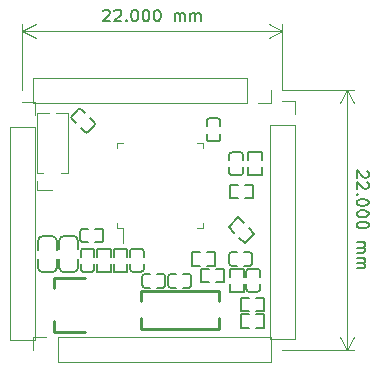
<source format=gbr>
G04 #@! TF.GenerationSoftware,KiCad,Pcbnew,5.1.4-e60b266~84~ubuntu18.04.1*
G04 #@! TF.CreationDate,2019-10-31T20:09:33+08:00*
G04 #@! TF.ProjectId,dap-stm32f103,6461702d-7374-46d3-9332-663130332e6b,rev?*
G04 #@! TF.SameCoordinates,Original*
G04 #@! TF.FileFunction,Legend,Top*
G04 #@! TF.FilePolarity,Positive*
%FSLAX46Y46*%
G04 Gerber Fmt 4.6, Leading zero omitted, Abs format (unit mm)*
G04 Created by KiCad (PCBNEW 5.1.4-e60b266~84~ubuntu18.04.1) date 2019-10-31 20:09:33*
%MOMM*%
%LPD*%
G04 APERTURE LIST*
%ADD10C,0.150000*%
%ADD11C,0.120000*%
%ADD12C,0.200000*%
%ADD13C,0.254000*%
G04 APERTURE END LIST*
D10*
X120821142Y-67145619D02*
X120868761Y-67098000D01*
X120964000Y-67050380D01*
X121202095Y-67050380D01*
X121297333Y-67098000D01*
X121344952Y-67145619D01*
X121392571Y-67240857D01*
X121392571Y-67336095D01*
X121344952Y-67478952D01*
X120773523Y-68050380D01*
X121392571Y-68050380D01*
X121773523Y-67145619D02*
X121821142Y-67098000D01*
X121916380Y-67050380D01*
X122154476Y-67050380D01*
X122249714Y-67098000D01*
X122297333Y-67145619D01*
X122344952Y-67240857D01*
X122344952Y-67336095D01*
X122297333Y-67478952D01*
X121725904Y-68050380D01*
X122344952Y-68050380D01*
X122773523Y-67955142D02*
X122821142Y-68002761D01*
X122773523Y-68050380D01*
X122725904Y-68002761D01*
X122773523Y-67955142D01*
X122773523Y-68050380D01*
X123440190Y-67050380D02*
X123535428Y-67050380D01*
X123630666Y-67098000D01*
X123678285Y-67145619D01*
X123725904Y-67240857D01*
X123773523Y-67431333D01*
X123773523Y-67669428D01*
X123725904Y-67859904D01*
X123678285Y-67955142D01*
X123630666Y-68002761D01*
X123535428Y-68050380D01*
X123440190Y-68050380D01*
X123344952Y-68002761D01*
X123297333Y-67955142D01*
X123249714Y-67859904D01*
X123202095Y-67669428D01*
X123202095Y-67431333D01*
X123249714Y-67240857D01*
X123297333Y-67145619D01*
X123344952Y-67098000D01*
X123440190Y-67050380D01*
X124392571Y-67050380D02*
X124487809Y-67050380D01*
X124583047Y-67098000D01*
X124630666Y-67145619D01*
X124678285Y-67240857D01*
X124725904Y-67431333D01*
X124725904Y-67669428D01*
X124678285Y-67859904D01*
X124630666Y-67955142D01*
X124583047Y-68002761D01*
X124487809Y-68050380D01*
X124392571Y-68050380D01*
X124297333Y-68002761D01*
X124249714Y-67955142D01*
X124202095Y-67859904D01*
X124154476Y-67669428D01*
X124154476Y-67431333D01*
X124202095Y-67240857D01*
X124249714Y-67145619D01*
X124297333Y-67098000D01*
X124392571Y-67050380D01*
X125344952Y-67050380D02*
X125440190Y-67050380D01*
X125535428Y-67098000D01*
X125583047Y-67145619D01*
X125630666Y-67240857D01*
X125678285Y-67431333D01*
X125678285Y-67669428D01*
X125630666Y-67859904D01*
X125583047Y-67955142D01*
X125535428Y-68002761D01*
X125440190Y-68050380D01*
X125344952Y-68050380D01*
X125249714Y-68002761D01*
X125202095Y-67955142D01*
X125154476Y-67859904D01*
X125106857Y-67669428D01*
X125106857Y-67431333D01*
X125154476Y-67240857D01*
X125202095Y-67145619D01*
X125249714Y-67098000D01*
X125344952Y-67050380D01*
X126868761Y-68050380D02*
X126868761Y-67383714D01*
X126868761Y-67478952D02*
X126916380Y-67431333D01*
X127011619Y-67383714D01*
X127154476Y-67383714D01*
X127249714Y-67431333D01*
X127297333Y-67526571D01*
X127297333Y-68050380D01*
X127297333Y-67526571D02*
X127344952Y-67431333D01*
X127440190Y-67383714D01*
X127583047Y-67383714D01*
X127678285Y-67431333D01*
X127725904Y-67526571D01*
X127725904Y-68050380D01*
X128202095Y-68050380D02*
X128202095Y-67383714D01*
X128202095Y-67478952D02*
X128249714Y-67431333D01*
X128344952Y-67383714D01*
X128487809Y-67383714D01*
X128583047Y-67431333D01*
X128630666Y-67526571D01*
X128630666Y-68050380D01*
X128630666Y-67526571D02*
X128678285Y-67431333D01*
X128773523Y-67383714D01*
X128916380Y-67383714D01*
X129011619Y-67431333D01*
X129059238Y-67526571D01*
X129059238Y-68050380D01*
D11*
X135964000Y-68868000D02*
X113964000Y-68868000D01*
X135964000Y-73868000D02*
X135964000Y-68281579D01*
X113964000Y-73868000D02*
X113964000Y-68281579D01*
X113964000Y-68868000D02*
X115090504Y-68281579D01*
X113964000Y-68868000D02*
X115090504Y-69454421D01*
X135964000Y-68868000D02*
X134837496Y-68281579D01*
X135964000Y-68868000D02*
X134837496Y-69454421D01*
D10*
X143186380Y-80725142D02*
X143234000Y-80772761D01*
X143281619Y-80868000D01*
X143281619Y-81106095D01*
X143234000Y-81201333D01*
X143186380Y-81248952D01*
X143091142Y-81296571D01*
X142995904Y-81296571D01*
X142853047Y-81248952D01*
X142281619Y-80677523D01*
X142281619Y-81296571D01*
X143186380Y-81677523D02*
X143234000Y-81725142D01*
X143281619Y-81820380D01*
X143281619Y-82058476D01*
X143234000Y-82153714D01*
X143186380Y-82201333D01*
X143091142Y-82248952D01*
X142995904Y-82248952D01*
X142853047Y-82201333D01*
X142281619Y-81629904D01*
X142281619Y-82248952D01*
X142376857Y-82677523D02*
X142329238Y-82725142D01*
X142281619Y-82677523D01*
X142329238Y-82629904D01*
X142376857Y-82677523D01*
X142281619Y-82677523D01*
X143281619Y-83344190D02*
X143281619Y-83439428D01*
X143234000Y-83534666D01*
X143186380Y-83582285D01*
X143091142Y-83629904D01*
X142900666Y-83677523D01*
X142662571Y-83677523D01*
X142472095Y-83629904D01*
X142376857Y-83582285D01*
X142329238Y-83534666D01*
X142281619Y-83439428D01*
X142281619Y-83344190D01*
X142329238Y-83248952D01*
X142376857Y-83201333D01*
X142472095Y-83153714D01*
X142662571Y-83106095D01*
X142900666Y-83106095D01*
X143091142Y-83153714D01*
X143186380Y-83201333D01*
X143234000Y-83248952D01*
X143281619Y-83344190D01*
X143281619Y-84296571D02*
X143281619Y-84391809D01*
X143234000Y-84487047D01*
X143186380Y-84534666D01*
X143091142Y-84582285D01*
X142900666Y-84629904D01*
X142662571Y-84629904D01*
X142472095Y-84582285D01*
X142376857Y-84534666D01*
X142329238Y-84487047D01*
X142281619Y-84391809D01*
X142281619Y-84296571D01*
X142329238Y-84201333D01*
X142376857Y-84153714D01*
X142472095Y-84106095D01*
X142662571Y-84058476D01*
X142900666Y-84058476D01*
X143091142Y-84106095D01*
X143186380Y-84153714D01*
X143234000Y-84201333D01*
X143281619Y-84296571D01*
X143281619Y-85248952D02*
X143281619Y-85344190D01*
X143234000Y-85439428D01*
X143186380Y-85487047D01*
X143091142Y-85534666D01*
X142900666Y-85582285D01*
X142662571Y-85582285D01*
X142472095Y-85534666D01*
X142376857Y-85487047D01*
X142329238Y-85439428D01*
X142281619Y-85344190D01*
X142281619Y-85248952D01*
X142329238Y-85153714D01*
X142376857Y-85106095D01*
X142472095Y-85058476D01*
X142662571Y-85010857D01*
X142900666Y-85010857D01*
X143091142Y-85058476D01*
X143186380Y-85106095D01*
X143234000Y-85153714D01*
X143281619Y-85248952D01*
X142281619Y-86772761D02*
X142948285Y-86772761D01*
X142853047Y-86772761D02*
X142900666Y-86820380D01*
X142948285Y-86915619D01*
X142948285Y-87058476D01*
X142900666Y-87153714D01*
X142805428Y-87201333D01*
X142281619Y-87201333D01*
X142805428Y-87201333D02*
X142900666Y-87248952D01*
X142948285Y-87344190D01*
X142948285Y-87487047D01*
X142900666Y-87582285D01*
X142805428Y-87629904D01*
X142281619Y-87629904D01*
X142281619Y-88106095D02*
X142948285Y-88106095D01*
X142853047Y-88106095D02*
X142900666Y-88153714D01*
X142948285Y-88248952D01*
X142948285Y-88391809D01*
X142900666Y-88487047D01*
X142805428Y-88534666D01*
X142281619Y-88534666D01*
X142805428Y-88534666D02*
X142900666Y-88582285D01*
X142948285Y-88677523D01*
X142948285Y-88820380D01*
X142900666Y-88915619D01*
X142805428Y-88963238D01*
X142281619Y-88963238D01*
D11*
X141464000Y-73868000D02*
X141464000Y-95868000D01*
X135964000Y-73868000D02*
X142050421Y-73868000D01*
X135964000Y-95868000D02*
X142050421Y-95868000D01*
X141464000Y-95868000D02*
X140877579Y-94741496D01*
X141464000Y-95868000D02*
X142050421Y-94741496D01*
X141464000Y-73868000D02*
X140877579Y-74994504D01*
X141464000Y-73868000D02*
X142050421Y-74994504D01*
D12*
X121723000Y-87289000D02*
X122873000Y-87289000D01*
X121723000Y-89239000D02*
X122873000Y-89239000D01*
X122873000Y-87289000D02*
X122873000Y-87964000D01*
X122873000Y-88564000D02*
X122873000Y-89239000D01*
X121723000Y-87289000D02*
X121723000Y-87964000D01*
X121723000Y-88564000D02*
X121723000Y-89239000D01*
X133734000Y-92583000D02*
X134409000Y-92583000D01*
X132459000Y-92583000D02*
X133134000Y-92583000D01*
X133734000Y-91433000D02*
X134409000Y-91433000D01*
X132459000Y-91433000D02*
X133134000Y-91433000D01*
X134409000Y-92583000D02*
X134409000Y-91433000D01*
X132459000Y-92583000D02*
X132459000Y-91433000D01*
D11*
X112904000Y-76958000D02*
X112904000Y-95018000D01*
X115024000Y-74898000D02*
X115024000Y-75958000D01*
X113964000Y-74898000D02*
X115024000Y-74898000D01*
X112904000Y-76958000D02*
X115024000Y-76958000D01*
X115024000Y-76958000D02*
X115024000Y-95018000D01*
X112904000Y-95018000D02*
X115024000Y-95018000D01*
X116514000Y-82318000D02*
X115184000Y-82318000D01*
X115184000Y-82318000D02*
X115184000Y-81558000D01*
X115184000Y-80923000D02*
X115184000Y-75783000D01*
X116206470Y-75783000D02*
X115184000Y-75783000D01*
X117844000Y-75783000D02*
X116821530Y-75783000D01*
X117844000Y-80923000D02*
X117844000Y-75783000D01*
X115754000Y-80923000D02*
X115184000Y-80923000D01*
X117844000Y-80923000D02*
X117274000Y-80923000D01*
X116964000Y-96928000D02*
X135024000Y-96928000D01*
X114904000Y-94808000D02*
X115964000Y-94808000D01*
X114904000Y-95868000D02*
X114904000Y-94808000D01*
X116964000Y-96928000D02*
X116964000Y-94808000D01*
X116964000Y-94808000D02*
X135024000Y-94808000D01*
X135024000Y-96928000D02*
X135024000Y-94808000D01*
X132964000Y-72808000D02*
X114904000Y-72808000D01*
X135024000Y-74928000D02*
X133964000Y-74928000D01*
X135024000Y-73868000D02*
X135024000Y-74928000D01*
X132964000Y-72808000D02*
X132964000Y-74928000D01*
X132964000Y-74928000D02*
X114904000Y-74928000D01*
X114904000Y-72808000D02*
X114904000Y-74928000D01*
X134904000Y-76868000D02*
X134904000Y-94928000D01*
X137024000Y-74808000D02*
X137024000Y-75868000D01*
X135964000Y-74808000D02*
X137024000Y-74808000D01*
X134904000Y-76868000D02*
X137024000Y-76868000D01*
X137024000Y-76868000D02*
X137024000Y-94928000D01*
X134904000Y-94928000D02*
X137024000Y-94928000D01*
D13*
X130629000Y-94058000D02*
X123979000Y-94058000D01*
X130629000Y-93158000D02*
X130629000Y-94058000D01*
X123979000Y-93158000D02*
X123979000Y-94058000D01*
X130629000Y-90858000D02*
X130629000Y-91758000D01*
X123979000Y-90858000D02*
X123979000Y-91758000D01*
X130629000Y-90858000D02*
X123979000Y-90858000D01*
X116674000Y-94358000D02*
X119274000Y-94358000D01*
X116674000Y-94358000D02*
X116674000Y-93458000D01*
X116674000Y-89758000D02*
X119274000Y-89758000D01*
X116674000Y-90658000D02*
X116674000Y-89758000D01*
D11*
X129239000Y-78776500D02*
X129239000Y-78326500D01*
X129239000Y-78326500D02*
X128789000Y-78326500D01*
X129239000Y-85096500D02*
X129239000Y-85546500D01*
X129239000Y-85546500D02*
X128789000Y-85546500D01*
X122019000Y-78776500D02*
X122019000Y-78326500D01*
X122019000Y-78326500D02*
X122469000Y-78326500D01*
X122019000Y-85096500D02*
X122019000Y-85546500D01*
X122019000Y-85546500D02*
X122469000Y-85546500D01*
X122469000Y-85546500D02*
X122469000Y-86836500D01*
D12*
X120323000Y-87289000D02*
X121473000Y-87289000D01*
X120323000Y-89239000D02*
X121473000Y-89239000D01*
X121473000Y-87289000D02*
X121473000Y-87964000D01*
X121473000Y-88564000D02*
X121473000Y-89239000D01*
X120323000Y-87289000D02*
X120323000Y-87964000D01*
X120323000Y-88564000D02*
X120323000Y-89239000D01*
X130374000Y-90143000D02*
X131049000Y-90143000D01*
X129099000Y-90143000D02*
X129774000Y-90143000D01*
X130374000Y-88993000D02*
X131049000Y-88993000D01*
X129099000Y-88993000D02*
X129774000Y-88993000D01*
X131049000Y-90143000D02*
X131049000Y-88993000D01*
X129099000Y-90143000D02*
X129099000Y-88993000D01*
X128994000Y-87593000D02*
X128319000Y-87593000D01*
X130269000Y-87593000D02*
X129594000Y-87593000D01*
X128994000Y-88743000D02*
X128319000Y-88743000D01*
X130269000Y-88743000D02*
X129594000Y-88743000D01*
X128319000Y-87593000D02*
X128319000Y-88743000D01*
X130269000Y-87593000D02*
X130269000Y-88743000D01*
X131549000Y-90278000D02*
X131549000Y-90953000D01*
X131549000Y-89003000D02*
X131549000Y-89678000D01*
X132699000Y-90278000D02*
X132699000Y-90953000D01*
X132699000Y-89003000D02*
X132699000Y-89678000D01*
X131549000Y-90953000D02*
X132699000Y-90953000D01*
X131549000Y-89003000D02*
X132699000Y-89003000D01*
X132718454Y-85129282D02*
X132241157Y-84651984D01*
X133620016Y-86030843D02*
X133142718Y-85553546D01*
X131905282Y-85942454D02*
X131427984Y-85465157D01*
X132806843Y-86844016D02*
X132329546Y-86366718D01*
X132241157Y-84651984D02*
X131427984Y-85465157D01*
X133620016Y-86030843D02*
X132806843Y-86844016D01*
X133124000Y-92823000D02*
X132449000Y-92823000D01*
X134399000Y-92823000D02*
X133724000Y-92823000D01*
X133124000Y-93973000D02*
X132449000Y-93973000D01*
X134399000Y-93973000D02*
X133724000Y-93973000D01*
X132449000Y-92823000D02*
X132449000Y-93973000D01*
X134399000Y-92823000D02*
X134399000Y-93973000D01*
X132864000Y-83043000D02*
X133539000Y-83043000D01*
X131589000Y-83043000D02*
X132264000Y-83043000D01*
X132864000Y-81893000D02*
X133539000Y-81893000D01*
X131589000Y-81893000D02*
X132264000Y-81893000D01*
X133539000Y-83043000D02*
X133539000Y-81893000D01*
X131589000Y-83043000D02*
X131589000Y-81893000D01*
X133089000Y-80418000D02*
X133089000Y-81093000D01*
X133089000Y-79143000D02*
X133089000Y-79818000D01*
X134239000Y-80418000D02*
X134239000Y-81093000D01*
X134239000Y-79143000D02*
X134239000Y-79818000D01*
X133089000Y-81093000D02*
X134239000Y-81093000D01*
X133089000Y-79143000D02*
X134239000Y-79143000D01*
X120838990Y-85833000D02*
X120838990Y-86543000D01*
X120614000Y-85613000D02*
X120163990Y-85613000D01*
X120614000Y-86763000D02*
X120164000Y-86763000D01*
X119564000Y-85613000D02*
X119114000Y-85613000D01*
X119564000Y-86763000D02*
X119114000Y-86763000D01*
X118889000Y-85833000D02*
X118889000Y-86543000D01*
X120619000Y-85613000D02*
G75*
G02X120839000Y-85833000I0J-220000D01*
G01*
X120839000Y-86543000D02*
G75*
G02X120619000Y-86763000I-220000J0D01*
G01*
X118889000Y-85833000D02*
G75*
G02X119109000Y-85613000I220000J0D01*
G01*
X119109000Y-86763000D02*
G75*
G02X118889000Y-86543000I0J220000D01*
G01*
X130519000Y-78222990D02*
X129809000Y-78222990D01*
X130739000Y-77998000D02*
X130739000Y-77547990D01*
X129589000Y-77998000D02*
X129589000Y-77548000D01*
X130739000Y-76948000D02*
X130739000Y-76498000D01*
X129589000Y-76948000D02*
X129589000Y-76498000D01*
X130519000Y-76273000D02*
X129809000Y-76273000D01*
X130739000Y-78003000D02*
G75*
G02X130519000Y-78223000I-220000J0D01*
G01*
X129809000Y-78223000D02*
G75*
G02X129589000Y-78003000I0J220000D01*
G01*
X130519000Y-76273000D02*
G75*
G02X130739000Y-76493000I0J-220000D01*
G01*
X129589000Y-76493000D02*
G75*
G02X129809000Y-76273000I220000J0D01*
G01*
X131489010Y-88523000D02*
X131489010Y-87813000D01*
X131714000Y-88743000D02*
X132164010Y-88743000D01*
X131714000Y-87593000D02*
X132164000Y-87593000D01*
X132764000Y-88743000D02*
X133214000Y-88743000D01*
X132764000Y-87593000D02*
X133214000Y-87593000D01*
X133439000Y-88523000D02*
X133439000Y-87813000D01*
X131709000Y-88743000D02*
G75*
G02X131489000Y-88523000I0J220000D01*
G01*
X131489000Y-87813000D02*
G75*
G02X131709000Y-87593000I220000J0D01*
G01*
X133439000Y-88523000D02*
G75*
G02X133219000Y-88743000I-220000J0D01*
G01*
X133219000Y-87593000D02*
G75*
G02X133439000Y-87813000I0J-220000D01*
G01*
X120064445Y-76906399D02*
X119562399Y-77408445D01*
X120060916Y-76591744D02*
X119742711Y-76273539D01*
X119247744Y-77404916D02*
X118929546Y-77086718D01*
X119318454Y-75849282D02*
X119000256Y-75531084D01*
X118505282Y-76662454D02*
X118187084Y-76344256D01*
X118685594Y-75527548D02*
X118183548Y-76029594D01*
X120064452Y-76595280D02*
G75*
G02X120064452Y-76906406I-155563J-155563D01*
G01*
X119562406Y-77408453D02*
G75*
G02X119251279Y-77408452I-155563J155564D01*
G01*
X118685594Y-75527547D02*
G75*
G02X118996721Y-75527548I155563J-155564D01*
G01*
X118183548Y-76340720D02*
G75*
G02X118183548Y-76029594I155563J155563D01*
G01*
X120073000Y-89019000D02*
G75*
G02X119853000Y-89239000I-220000J0D01*
G01*
X119143000Y-89239000D02*
G75*
G02X118923000Y-89019000I0J220000D01*
G01*
X119853000Y-87289000D02*
G75*
G02X120073000Y-87509000I0J-220000D01*
G01*
X118923000Y-87509000D02*
G75*
G02X119143000Y-87289000I220000J0D01*
G01*
X119143000Y-89239000D02*
X119853000Y-89239000D01*
X120073000Y-88564000D02*
X120073000Y-89014000D01*
X118923000Y-88564000D02*
X118923000Y-89014000D01*
X120073000Y-87514000D02*
X120073000Y-87964000D01*
X118923000Y-87514000D02*
X118923000Y-87964010D01*
X119143000Y-87289010D02*
X119853000Y-87289010D01*
X117104000Y-88893000D02*
X117104000Y-88158000D01*
X118284000Y-86223000D02*
X117504000Y-86223000D01*
X118284000Y-89293000D02*
X117504000Y-89293000D01*
X117104000Y-87358000D02*
X117104000Y-86623000D01*
X118684000Y-87358000D02*
X118684000Y-86623000D01*
X118684000Y-88893000D02*
X118684000Y-88158000D01*
X117104000Y-86623000D02*
G75*
G02X117504000Y-86223000I400000J0D01*
G01*
X118284000Y-86223000D02*
G75*
G02X118684000Y-86623000I0J-400000D01*
G01*
X118684000Y-88893000D02*
G75*
G02X118284000Y-89293000I-400000J0D01*
G01*
X117504000Y-89293000D02*
G75*
G02X117104000Y-88893000I0J400000D01*
G01*
X124249000Y-89019000D02*
G75*
G02X124029000Y-89239000I-220000J0D01*
G01*
X123319000Y-89239000D02*
G75*
G02X123099000Y-89019000I0J220000D01*
G01*
X124029000Y-87289000D02*
G75*
G02X124249000Y-87509000I0J-220000D01*
G01*
X123099000Y-87509000D02*
G75*
G02X123319000Y-87289000I220000J0D01*
G01*
X123319000Y-89239000D02*
X124029000Y-89239000D01*
X124249000Y-88564000D02*
X124249000Y-89014000D01*
X123099000Y-88564000D02*
X123099000Y-89014000D01*
X124249000Y-87514000D02*
X124249000Y-87964000D01*
X123099000Y-87514000D02*
X123099000Y-87964010D01*
X123319000Y-87289010D02*
X124029000Y-87289010D01*
X115304000Y-88903000D02*
X115304000Y-88168000D01*
X116484000Y-86233000D02*
X115704000Y-86233000D01*
X116484000Y-89303000D02*
X115704000Y-89303000D01*
X115304000Y-87368000D02*
X115304000Y-86633000D01*
X116884000Y-87368000D02*
X116884000Y-86633000D01*
X116884000Y-88903000D02*
X116884000Y-88168000D01*
X115304000Y-86633000D02*
G75*
G02X115704000Y-86233000I400000J0D01*
G01*
X116484000Y-86233000D02*
G75*
G02X116884000Y-86633000I0J-400000D01*
G01*
X116884000Y-88903000D02*
G75*
G02X116484000Y-89303000I-400000J0D01*
G01*
X115704000Y-89303000D02*
G75*
G02X115304000Y-88903000I0J400000D01*
G01*
X132419000Y-81092990D02*
X131709000Y-81092990D01*
X132639000Y-80868000D02*
X132639000Y-80417990D01*
X131489000Y-80868000D02*
X131489000Y-80418000D01*
X132639000Y-79818000D02*
X132639000Y-79368000D01*
X131489000Y-79818000D02*
X131489000Y-79368000D01*
X132419000Y-79143000D02*
X131709000Y-79143000D01*
X132639000Y-80873000D02*
G75*
G02X132419000Y-81093000I-220000J0D01*
G01*
X131709000Y-81093000D02*
G75*
G02X131489000Y-80873000I0J220000D01*
G01*
X132419000Y-79143000D02*
G75*
G02X132639000Y-79363000I0J-220000D01*
G01*
X131489000Y-79363000D02*
G75*
G02X131709000Y-79143000I220000J0D01*
G01*
X133169000Y-89003010D02*
X133879000Y-89003010D01*
X132949000Y-89228000D02*
X132949000Y-89678010D01*
X134099000Y-89228000D02*
X134099000Y-89678000D01*
X132949000Y-90278000D02*
X132949000Y-90728000D01*
X134099000Y-90278000D02*
X134099000Y-90728000D01*
X133169000Y-90953000D02*
X133879000Y-90953000D01*
X132949000Y-89223000D02*
G75*
G02X133169000Y-89003000I220000J0D01*
G01*
X133879000Y-89003000D02*
G75*
G02X134099000Y-89223000I0J-220000D01*
G01*
X133169000Y-90953000D02*
G75*
G02X132949000Y-90733000I0J220000D01*
G01*
X134099000Y-90733000D02*
G75*
G02X133879000Y-90953000I-220000J0D01*
G01*
X126082990Y-89671000D02*
X126082990Y-90381000D01*
X125858000Y-89451000D02*
X125407990Y-89451000D01*
X125858000Y-90601000D02*
X125408000Y-90601000D01*
X124808000Y-89451000D02*
X124358000Y-89451000D01*
X124808000Y-90601000D02*
X124358000Y-90601000D01*
X124133000Y-89671000D02*
X124133000Y-90381000D01*
X125863000Y-89451000D02*
G75*
G02X126083000Y-89671000I0J-220000D01*
G01*
X126083000Y-90381000D02*
G75*
G02X125863000Y-90601000I-220000J0D01*
G01*
X124133000Y-89671000D02*
G75*
G02X124353000Y-89451000I220000J0D01*
G01*
X124353000Y-90601000D02*
G75*
G02X124133000Y-90381000I0J220000D01*
G01*
X126319010Y-90381000D02*
X126319010Y-89671000D01*
X126544000Y-90601000D02*
X126994010Y-90601000D01*
X126544000Y-89451000D02*
X126994000Y-89451000D01*
X127594000Y-90601000D02*
X128044000Y-90601000D01*
X127594000Y-89451000D02*
X128044000Y-89451000D01*
X128269000Y-90381000D02*
X128269000Y-89671000D01*
X126539000Y-90601000D02*
G75*
G02X126319000Y-90381000I0J220000D01*
G01*
X126319000Y-89671000D02*
G75*
G02X126539000Y-89451000I220000J0D01*
G01*
X128269000Y-90381000D02*
G75*
G02X128049000Y-90601000I-220000J0D01*
G01*
X128049000Y-89451000D02*
G75*
G02X128269000Y-89671000I0J-220000D01*
G01*
M02*

</source>
